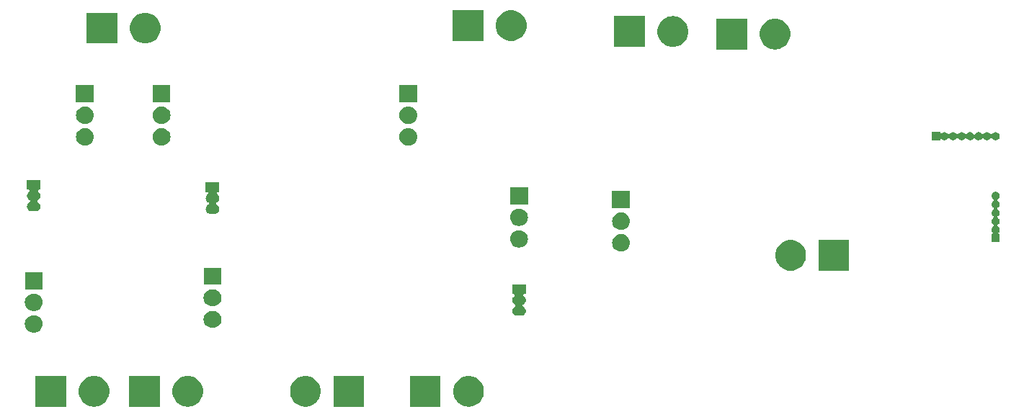
<source format=gbr>
G04 #@! TF.GenerationSoftware,KiCad,Pcbnew,(5.1.5)-3*
G04 #@! TF.CreationDate,2021-03-07T17:40:16+01:00*
G04 #@! TF.ProjectId,Motorproject,4d6f746f-7270-4726-9f6a-6563742e6b69,rev?*
G04 #@! TF.SameCoordinates,Original*
G04 #@! TF.FileFunction,Soldermask,Bot*
G04 #@! TF.FilePolarity,Negative*
%FSLAX46Y46*%
G04 Gerber Fmt 4.6, Leading zero omitted, Abs format (unit mm)*
G04 Created by KiCad (PCBNEW (5.1.5)-3) date 2021-03-07 17:40:16*
%MOMM*%
%LPD*%
G04 APERTURE LIST*
%ADD10C,0.100000*%
G04 APERTURE END LIST*
D10*
G36*
X63801060Y-76801060D02*
G01*
X60198940Y-76801060D01*
X60198940Y-73198940D01*
X63801060Y-73198940D01*
X63801060Y-76801060D01*
G37*
G36*
X67306905Y-73208789D02*
G01*
X67605350Y-73268153D01*
X67933122Y-73403921D01*
X68228109Y-73601025D01*
X68478975Y-73851891D01*
X68676079Y-74146878D01*
X68811847Y-74474650D01*
X68881060Y-74822611D01*
X68881060Y-75177389D01*
X68811847Y-75525350D01*
X68676079Y-75853122D01*
X68478975Y-76148109D01*
X68228109Y-76398975D01*
X67933122Y-76596079D01*
X67605350Y-76731847D01*
X67306905Y-76791211D01*
X67257390Y-76801060D01*
X66902610Y-76801060D01*
X66853095Y-76791211D01*
X66554650Y-76731847D01*
X66226878Y-76596079D01*
X65931891Y-76398975D01*
X65681025Y-76148109D01*
X65483921Y-75853122D01*
X65348153Y-75525350D01*
X65278940Y-75177389D01*
X65278940Y-74822611D01*
X65348153Y-74474650D01*
X65483921Y-74146878D01*
X65681025Y-73851891D01*
X65931891Y-73601025D01*
X66226878Y-73403921D01*
X66554650Y-73268153D01*
X66853095Y-73208789D01*
X66902610Y-73198940D01*
X67257390Y-73198940D01*
X67306905Y-73208789D01*
G37*
G36*
X52801060Y-76801060D02*
G01*
X49198940Y-76801060D01*
X49198940Y-73198940D01*
X52801060Y-73198940D01*
X52801060Y-76801060D01*
G37*
G36*
X56306905Y-73208789D02*
G01*
X56605350Y-73268153D01*
X56933122Y-73403921D01*
X57228109Y-73601025D01*
X57478975Y-73851891D01*
X57676079Y-74146878D01*
X57811847Y-74474650D01*
X57881060Y-74822611D01*
X57881060Y-75177389D01*
X57811847Y-75525350D01*
X57676079Y-75853122D01*
X57478975Y-76148109D01*
X57228109Y-76398975D01*
X56933122Y-76596079D01*
X56605350Y-76731847D01*
X56306905Y-76791211D01*
X56257390Y-76801060D01*
X55902610Y-76801060D01*
X55853095Y-76791211D01*
X55554650Y-76731847D01*
X55226878Y-76596079D01*
X54931891Y-76398975D01*
X54681025Y-76148109D01*
X54483921Y-75853122D01*
X54348153Y-75525350D01*
X54278940Y-75177389D01*
X54278940Y-74822611D01*
X54348153Y-74474650D01*
X54483921Y-74146878D01*
X54681025Y-73851891D01*
X54931891Y-73601025D01*
X55226878Y-73403921D01*
X55554650Y-73268153D01*
X55853095Y-73208789D01*
X55902610Y-73198940D01*
X56257390Y-73198940D01*
X56306905Y-73208789D01*
G37*
G36*
X87801060Y-76801060D02*
G01*
X84198940Y-76801060D01*
X84198940Y-73198940D01*
X87801060Y-73198940D01*
X87801060Y-76801060D01*
G37*
G36*
X81146905Y-73208789D02*
G01*
X81445350Y-73268153D01*
X81773122Y-73403921D01*
X82068109Y-73601025D01*
X82318975Y-73851891D01*
X82516079Y-74146878D01*
X82651847Y-74474650D01*
X82721060Y-74822611D01*
X82721060Y-75177389D01*
X82651847Y-75525350D01*
X82516079Y-75853122D01*
X82318975Y-76148109D01*
X82068109Y-76398975D01*
X81773122Y-76596079D01*
X81445350Y-76731847D01*
X81146905Y-76791211D01*
X81097390Y-76801060D01*
X80742610Y-76801060D01*
X80693095Y-76791211D01*
X80394650Y-76731847D01*
X80066878Y-76596079D01*
X79771891Y-76398975D01*
X79521025Y-76148109D01*
X79323921Y-75853122D01*
X79188153Y-75525350D01*
X79118940Y-75177389D01*
X79118940Y-74822611D01*
X79188153Y-74474650D01*
X79323921Y-74146878D01*
X79521025Y-73851891D01*
X79771891Y-73601025D01*
X80066878Y-73403921D01*
X80394650Y-73268153D01*
X80693095Y-73208789D01*
X80742610Y-73198940D01*
X81097390Y-73198940D01*
X81146905Y-73208789D01*
G37*
G36*
X100306905Y-73208789D02*
G01*
X100605350Y-73268153D01*
X100933122Y-73403921D01*
X101228109Y-73601025D01*
X101478975Y-73851891D01*
X101676079Y-74146878D01*
X101811847Y-74474650D01*
X101881060Y-74822611D01*
X101881060Y-75177389D01*
X101811847Y-75525350D01*
X101676079Y-75853122D01*
X101478975Y-76148109D01*
X101228109Y-76398975D01*
X100933122Y-76596079D01*
X100605350Y-76731847D01*
X100306905Y-76791211D01*
X100257390Y-76801060D01*
X99902610Y-76801060D01*
X99853095Y-76791211D01*
X99554650Y-76731847D01*
X99226878Y-76596079D01*
X98931891Y-76398975D01*
X98681025Y-76148109D01*
X98483921Y-75853122D01*
X98348153Y-75525350D01*
X98278940Y-75177389D01*
X98278940Y-74822611D01*
X98348153Y-74474650D01*
X98483921Y-74146878D01*
X98681025Y-73851891D01*
X98931891Y-73601025D01*
X99226878Y-73403921D01*
X99554650Y-73268153D01*
X99853095Y-73208789D01*
X99902610Y-73198940D01*
X100257390Y-73198940D01*
X100306905Y-73208789D01*
G37*
G36*
X96801060Y-76801060D02*
G01*
X93198940Y-76801060D01*
X93198940Y-73198940D01*
X96801060Y-73198940D01*
X96801060Y-76801060D01*
G37*
G36*
X49145936Y-66081340D02*
G01*
X49244220Y-66091020D01*
X49433381Y-66148401D01*
X49607712Y-66241583D01*
X49760515Y-66366985D01*
X49885917Y-66519788D01*
X49979099Y-66694119D01*
X50036480Y-66883280D01*
X50055855Y-67080000D01*
X50036480Y-67276720D01*
X49979099Y-67465881D01*
X49885917Y-67640212D01*
X49760515Y-67793015D01*
X49607712Y-67918417D01*
X49433381Y-68011599D01*
X49244220Y-68068980D01*
X49145936Y-68078660D01*
X49096795Y-68083500D01*
X48903205Y-68083500D01*
X48854064Y-68078660D01*
X48755780Y-68068980D01*
X48566619Y-68011599D01*
X48392288Y-67918417D01*
X48239485Y-67793015D01*
X48114083Y-67640212D01*
X48020901Y-67465881D01*
X47963520Y-67276720D01*
X47944145Y-67080000D01*
X47963520Y-66883280D01*
X48020901Y-66694119D01*
X48114083Y-66519788D01*
X48239485Y-66366985D01*
X48392288Y-66241583D01*
X48566619Y-66148401D01*
X48755780Y-66091020D01*
X48854064Y-66081340D01*
X48903205Y-66076500D01*
X49096795Y-66076500D01*
X49145936Y-66081340D01*
G37*
G36*
X70132331Y-65540000D02*
G01*
X70244220Y-65551020D01*
X70433381Y-65608401D01*
X70607712Y-65701583D01*
X70760515Y-65826985D01*
X70885917Y-65979788D01*
X70979099Y-66154119D01*
X71036480Y-66343280D01*
X71055855Y-66540000D01*
X71036480Y-66736720D01*
X70979099Y-66925881D01*
X70885917Y-67100212D01*
X70760515Y-67253015D01*
X70607712Y-67378417D01*
X70433381Y-67471599D01*
X70244220Y-67528980D01*
X70145936Y-67538660D01*
X70096795Y-67543500D01*
X69903205Y-67543500D01*
X69854064Y-67538660D01*
X69755780Y-67528980D01*
X69566619Y-67471599D01*
X69392288Y-67378417D01*
X69239485Y-67253015D01*
X69114083Y-67100212D01*
X69020901Y-66925881D01*
X68963520Y-66736720D01*
X68944145Y-66540000D01*
X68963520Y-66343280D01*
X69020901Y-66154119D01*
X69114083Y-65979788D01*
X69239485Y-65826985D01*
X69392288Y-65701583D01*
X69566619Y-65608401D01*
X69755780Y-65551020D01*
X69867669Y-65540000D01*
X69903205Y-65536500D01*
X70096795Y-65536500D01*
X70132331Y-65540000D01*
G37*
G36*
X106801000Y-63576000D02*
G01*
X106636660Y-63576000D01*
X106612274Y-63578402D01*
X106588825Y-63585515D01*
X106567214Y-63597066D01*
X106548272Y-63612611D01*
X106532727Y-63631553D01*
X106521176Y-63653164D01*
X106514063Y-63676613D01*
X106511661Y-63700999D01*
X106514063Y-63725385D01*
X106521176Y-63748834D01*
X106532727Y-63770445D01*
X106548272Y-63789387D01*
X106557345Y-63797609D01*
X106634264Y-63860736D01*
X106706244Y-63948443D01*
X106733801Y-64000000D01*
X106759728Y-64048505D01*
X106759729Y-64048508D01*
X106792666Y-64157084D01*
X106803787Y-64270000D01*
X106792666Y-64382916D01*
X106759729Y-64491492D01*
X106759728Y-64491495D01*
X106740429Y-64527601D01*
X106706244Y-64591557D01*
X106634264Y-64679264D01*
X106546557Y-64751244D01*
X106465141Y-64794761D01*
X106444766Y-64808375D01*
X106427439Y-64825702D01*
X106413826Y-64846076D01*
X106404448Y-64868715D01*
X106399668Y-64892748D01*
X106399668Y-64917252D01*
X106404448Y-64941285D01*
X106413826Y-64963924D01*
X106427440Y-64984299D01*
X106444767Y-65001626D01*
X106465141Y-65015239D01*
X106546557Y-65058756D01*
X106634264Y-65130736D01*
X106706244Y-65218443D01*
X106740429Y-65282399D01*
X106759728Y-65318505D01*
X106759729Y-65318508D01*
X106792666Y-65427084D01*
X106803787Y-65540000D01*
X106792666Y-65652916D01*
X106759729Y-65761492D01*
X106759728Y-65761495D01*
X106740429Y-65797601D01*
X106706244Y-65861557D01*
X106634264Y-65949264D01*
X106546557Y-66021244D01*
X106482601Y-66055429D01*
X106446495Y-66074728D01*
X106446492Y-66074729D01*
X106337916Y-66107666D01*
X106253298Y-66116000D01*
X105746702Y-66116000D01*
X105662084Y-66107666D01*
X105553508Y-66074729D01*
X105553505Y-66074728D01*
X105517399Y-66055429D01*
X105453443Y-66021244D01*
X105365736Y-65949264D01*
X105293756Y-65861557D01*
X105259571Y-65797601D01*
X105240272Y-65761495D01*
X105240271Y-65761492D01*
X105207334Y-65652916D01*
X105196213Y-65540000D01*
X105207334Y-65427084D01*
X105240271Y-65318508D01*
X105240272Y-65318505D01*
X105259571Y-65282399D01*
X105293756Y-65218443D01*
X105365736Y-65130736D01*
X105453443Y-65058756D01*
X105534859Y-65015239D01*
X105555234Y-65001625D01*
X105572561Y-64984298D01*
X105586174Y-64963924D01*
X105595552Y-64941285D01*
X105600332Y-64917252D01*
X105600332Y-64892748D01*
X105595552Y-64868715D01*
X105586174Y-64846076D01*
X105572560Y-64825701D01*
X105555233Y-64808374D01*
X105534859Y-64794761D01*
X105453443Y-64751244D01*
X105365736Y-64679264D01*
X105293756Y-64591557D01*
X105259571Y-64527601D01*
X105240272Y-64491495D01*
X105240271Y-64491492D01*
X105207334Y-64382916D01*
X105196213Y-64270000D01*
X105207334Y-64157084D01*
X105240271Y-64048508D01*
X105240272Y-64048505D01*
X105266199Y-64000000D01*
X105293756Y-63948443D01*
X105365736Y-63860736D01*
X105442646Y-63797617D01*
X105459965Y-63780298D01*
X105473579Y-63759923D01*
X105482957Y-63737284D01*
X105487737Y-63713251D01*
X105487737Y-63688747D01*
X105482957Y-63664714D01*
X105473579Y-63642075D01*
X105459966Y-63621701D01*
X105442639Y-63604374D01*
X105422264Y-63590760D01*
X105399625Y-63581382D01*
X105375592Y-63576602D01*
X105363340Y-63576000D01*
X105199000Y-63576000D01*
X105199000Y-62424000D01*
X106801000Y-62424000D01*
X106801000Y-63576000D01*
G37*
G36*
X49145936Y-63541340D02*
G01*
X49244220Y-63551020D01*
X49433381Y-63608401D01*
X49607712Y-63701583D01*
X49760515Y-63826985D01*
X49885917Y-63979788D01*
X49979099Y-64154119D01*
X50036480Y-64343280D01*
X50055855Y-64540000D01*
X50036480Y-64736720D01*
X49979099Y-64925881D01*
X49885917Y-65100212D01*
X49760515Y-65253015D01*
X49607712Y-65378417D01*
X49433381Y-65471599D01*
X49244220Y-65528980D01*
X49167867Y-65536500D01*
X49096795Y-65543500D01*
X48903205Y-65543500D01*
X48832133Y-65536500D01*
X48755780Y-65528980D01*
X48566619Y-65471599D01*
X48392288Y-65378417D01*
X48239485Y-65253015D01*
X48114083Y-65100212D01*
X48020901Y-64925881D01*
X47963520Y-64736720D01*
X47944145Y-64540000D01*
X47963520Y-64343280D01*
X48020901Y-64154119D01*
X48114083Y-63979788D01*
X48239485Y-63826985D01*
X48392288Y-63701583D01*
X48566619Y-63608401D01*
X48755780Y-63551020D01*
X48854064Y-63541340D01*
X48903205Y-63536500D01*
X49096795Y-63536500D01*
X49145936Y-63541340D01*
G37*
G36*
X70145936Y-63001340D02*
G01*
X70244220Y-63011020D01*
X70433381Y-63068401D01*
X70607712Y-63161583D01*
X70760515Y-63286985D01*
X70885917Y-63439788D01*
X70979099Y-63614119D01*
X71036480Y-63803280D01*
X71055855Y-64000000D01*
X71036480Y-64196720D01*
X70979099Y-64385881D01*
X70885917Y-64560212D01*
X70760515Y-64713015D01*
X70607712Y-64838417D01*
X70433381Y-64931599D01*
X70244220Y-64988980D01*
X70145936Y-64998660D01*
X70096795Y-65003500D01*
X69903205Y-65003500D01*
X69854064Y-64998660D01*
X69755780Y-64988980D01*
X69566619Y-64931599D01*
X69392288Y-64838417D01*
X69239485Y-64713015D01*
X69114083Y-64560212D01*
X69020901Y-64385881D01*
X68963520Y-64196720D01*
X68944145Y-64000000D01*
X68963520Y-63803280D01*
X69020901Y-63614119D01*
X69114083Y-63439788D01*
X69239485Y-63286985D01*
X69392288Y-63161583D01*
X69566619Y-63068401D01*
X69755780Y-63011020D01*
X69854064Y-63001340D01*
X69903205Y-62996500D01*
X70096795Y-62996500D01*
X70145936Y-63001340D01*
G37*
G36*
X50051000Y-63003500D02*
G01*
X47949000Y-63003500D01*
X47949000Y-60996500D01*
X50051000Y-60996500D01*
X50051000Y-63003500D01*
G37*
G36*
X71051000Y-62463500D02*
G01*
X68949000Y-62463500D01*
X68949000Y-60456500D01*
X71051000Y-60456500D01*
X71051000Y-62463500D01*
G37*
G36*
X138146905Y-57208789D02*
G01*
X138445350Y-57268153D01*
X138773122Y-57403921D01*
X139068109Y-57601025D01*
X139318975Y-57851891D01*
X139516079Y-58146878D01*
X139651847Y-58474650D01*
X139721060Y-58822611D01*
X139721060Y-59177389D01*
X139651847Y-59525350D01*
X139516079Y-59853122D01*
X139318975Y-60148109D01*
X139068109Y-60398975D01*
X138773122Y-60596079D01*
X138445350Y-60731847D01*
X138146905Y-60791211D01*
X138097390Y-60801060D01*
X137742610Y-60801060D01*
X137693095Y-60791211D01*
X137394650Y-60731847D01*
X137066878Y-60596079D01*
X136771891Y-60398975D01*
X136521025Y-60148109D01*
X136323921Y-59853122D01*
X136188153Y-59525350D01*
X136118940Y-59177389D01*
X136118940Y-58822611D01*
X136188153Y-58474650D01*
X136323921Y-58146878D01*
X136521025Y-57851891D01*
X136771891Y-57601025D01*
X137066878Y-57403921D01*
X137394650Y-57268153D01*
X137693095Y-57208789D01*
X137742610Y-57198940D01*
X138097390Y-57198940D01*
X138146905Y-57208789D01*
G37*
G36*
X144801060Y-60801060D02*
G01*
X141198940Y-60801060D01*
X141198940Y-57198940D01*
X144801060Y-57198940D01*
X144801060Y-60801060D01*
G37*
G36*
X118145936Y-56541340D02*
G01*
X118244220Y-56551020D01*
X118433381Y-56608401D01*
X118607712Y-56701583D01*
X118760515Y-56826985D01*
X118885917Y-56979788D01*
X118979099Y-57154119D01*
X119036480Y-57343280D01*
X119055855Y-57540000D01*
X119036480Y-57736720D01*
X118979099Y-57925881D01*
X118885917Y-58100212D01*
X118760515Y-58253015D01*
X118607712Y-58378417D01*
X118433381Y-58471599D01*
X118244220Y-58528980D01*
X118145936Y-58538660D01*
X118096795Y-58543500D01*
X117903205Y-58543500D01*
X117854064Y-58538660D01*
X117755780Y-58528980D01*
X117566619Y-58471599D01*
X117392288Y-58378417D01*
X117239485Y-58253015D01*
X117114083Y-58100212D01*
X117020901Y-57925881D01*
X116963520Y-57736720D01*
X116944145Y-57540000D01*
X116963520Y-57343280D01*
X117020901Y-57154119D01*
X117114083Y-56979788D01*
X117239485Y-56826985D01*
X117392288Y-56701583D01*
X117566619Y-56608401D01*
X117755780Y-56551020D01*
X117854064Y-56541340D01*
X117903205Y-56536500D01*
X118096795Y-56536500D01*
X118145936Y-56541340D01*
G37*
G36*
X106145936Y-56081340D02*
G01*
X106244220Y-56091020D01*
X106433381Y-56148401D01*
X106607712Y-56241583D01*
X106760515Y-56366985D01*
X106885917Y-56519788D01*
X106979099Y-56694119D01*
X107036480Y-56883280D01*
X107055855Y-57080000D01*
X107036480Y-57276720D01*
X106979099Y-57465881D01*
X106885917Y-57640212D01*
X106760515Y-57793015D01*
X106607712Y-57918417D01*
X106433381Y-58011599D01*
X106244220Y-58068980D01*
X106145936Y-58078660D01*
X106096795Y-58083500D01*
X105903205Y-58083500D01*
X105854064Y-58078660D01*
X105755780Y-58068980D01*
X105566619Y-58011599D01*
X105392288Y-57918417D01*
X105239485Y-57793015D01*
X105114083Y-57640212D01*
X105020901Y-57465881D01*
X104963520Y-57276720D01*
X104944145Y-57080000D01*
X104963520Y-56883280D01*
X105020901Y-56694119D01*
X105114083Y-56519788D01*
X105239485Y-56366985D01*
X105392288Y-56241583D01*
X105566619Y-56148401D01*
X105755780Y-56091020D01*
X105854064Y-56081340D01*
X105903205Y-56076500D01*
X106096795Y-56076500D01*
X106145936Y-56081340D01*
G37*
G36*
X162138843Y-51542292D02*
G01*
X162189588Y-51563311D01*
X162225470Y-51578174D01*
X162303432Y-51630267D01*
X162369733Y-51696568D01*
X162421826Y-51774530D01*
X162424215Y-51780298D01*
X162457708Y-51861157D01*
X162476000Y-51953117D01*
X162476000Y-52046883D01*
X162457708Y-52138843D01*
X162450152Y-52157084D01*
X162421826Y-52225470D01*
X162369733Y-52303432D01*
X162303430Y-52369735D01*
X162264021Y-52396067D01*
X162245079Y-52411612D01*
X162229534Y-52430554D01*
X162217982Y-52452164D01*
X162210869Y-52475613D01*
X162208467Y-52499999D01*
X162210869Y-52524385D01*
X162217982Y-52547834D01*
X162229533Y-52569445D01*
X162245078Y-52588387D01*
X162264021Y-52603933D01*
X162303430Y-52630265D01*
X162369733Y-52696568D01*
X162421826Y-52774530D01*
X162421826Y-52774531D01*
X162457708Y-52861157D01*
X162476000Y-52953117D01*
X162476000Y-53046883D01*
X162457708Y-53138843D01*
X162450152Y-53157084D01*
X162421826Y-53225470D01*
X162369733Y-53303432D01*
X162303430Y-53369735D01*
X162264021Y-53396067D01*
X162245079Y-53411612D01*
X162229534Y-53430554D01*
X162217982Y-53452164D01*
X162210869Y-53475613D01*
X162208467Y-53499999D01*
X162210869Y-53524385D01*
X162217982Y-53547834D01*
X162229533Y-53569445D01*
X162245078Y-53588387D01*
X162264021Y-53603933D01*
X162303430Y-53630265D01*
X162369733Y-53696568D01*
X162421826Y-53774530D01*
X162421826Y-53774531D01*
X162457708Y-53861157D01*
X162476000Y-53953117D01*
X162476000Y-54046883D01*
X162457708Y-54138843D01*
X162436689Y-54189588D01*
X162421826Y-54225470D01*
X162369733Y-54303432D01*
X162303430Y-54369735D01*
X162264021Y-54396067D01*
X162245079Y-54411612D01*
X162229534Y-54430554D01*
X162217982Y-54452164D01*
X162210869Y-54475613D01*
X162208467Y-54499999D01*
X162210869Y-54524385D01*
X162217982Y-54547834D01*
X162229533Y-54569445D01*
X162245078Y-54588387D01*
X162264021Y-54603933D01*
X162303430Y-54630265D01*
X162369733Y-54696568D01*
X162421826Y-54774530D01*
X162421826Y-54774531D01*
X162457708Y-54861157D01*
X162476000Y-54953117D01*
X162476000Y-55046883D01*
X162457708Y-55138843D01*
X162436689Y-55189588D01*
X162421826Y-55225470D01*
X162369733Y-55303432D01*
X162303430Y-55369735D01*
X162264021Y-55396067D01*
X162245079Y-55411612D01*
X162229534Y-55430554D01*
X162217982Y-55452164D01*
X162210869Y-55475613D01*
X162208467Y-55499999D01*
X162210869Y-55524385D01*
X162217982Y-55547834D01*
X162229533Y-55569445D01*
X162245078Y-55588387D01*
X162264021Y-55603933D01*
X162303430Y-55630265D01*
X162369733Y-55696568D01*
X162421826Y-55774530D01*
X162421826Y-55774531D01*
X162457708Y-55861157D01*
X162476000Y-55953117D01*
X162476000Y-56046883D01*
X162457708Y-56138843D01*
X162453748Y-56148402D01*
X162421826Y-56225470D01*
X162369733Y-56303432D01*
X162362552Y-56310613D01*
X162347007Y-56329555D01*
X162335456Y-56351166D01*
X162328343Y-56374615D01*
X162325941Y-56399001D01*
X162328343Y-56423387D01*
X162335456Y-56446836D01*
X162347007Y-56468447D01*
X162362552Y-56487389D01*
X162381494Y-56502934D01*
X162403105Y-56514485D01*
X162426554Y-56521598D01*
X162450940Y-56524000D01*
X162476000Y-56524000D01*
X162476000Y-57476000D01*
X161524000Y-57476000D01*
X161524000Y-56524000D01*
X161549060Y-56524000D01*
X161573446Y-56521598D01*
X161596895Y-56514485D01*
X161618506Y-56502934D01*
X161637448Y-56487389D01*
X161652993Y-56468447D01*
X161664544Y-56446836D01*
X161671657Y-56423387D01*
X161674059Y-56399001D01*
X161671657Y-56374615D01*
X161664544Y-56351166D01*
X161652993Y-56329555D01*
X161637448Y-56310613D01*
X161630267Y-56303432D01*
X161578174Y-56225470D01*
X161546252Y-56148402D01*
X161542292Y-56138843D01*
X161524000Y-56046883D01*
X161524000Y-55953117D01*
X161542292Y-55861157D01*
X161578174Y-55774531D01*
X161578174Y-55774530D01*
X161630267Y-55696568D01*
X161696570Y-55630265D01*
X161735979Y-55603933D01*
X161754921Y-55588388D01*
X161770466Y-55569446D01*
X161782018Y-55547836D01*
X161789131Y-55524387D01*
X161791533Y-55500001D01*
X161789131Y-55475615D01*
X161782018Y-55452166D01*
X161770467Y-55430555D01*
X161754922Y-55411613D01*
X161735979Y-55396067D01*
X161696570Y-55369735D01*
X161630267Y-55303432D01*
X161578174Y-55225470D01*
X161563311Y-55189588D01*
X161542292Y-55138843D01*
X161524000Y-55046883D01*
X161524000Y-54953117D01*
X161542292Y-54861157D01*
X161578174Y-54774531D01*
X161578174Y-54774530D01*
X161630267Y-54696568D01*
X161696570Y-54630265D01*
X161735979Y-54603933D01*
X161754921Y-54588388D01*
X161770466Y-54569446D01*
X161782018Y-54547836D01*
X161789131Y-54524387D01*
X161791533Y-54500001D01*
X161789131Y-54475615D01*
X161782018Y-54452166D01*
X161770467Y-54430555D01*
X161754922Y-54411613D01*
X161735979Y-54396067D01*
X161696570Y-54369735D01*
X161630267Y-54303432D01*
X161578174Y-54225470D01*
X161563311Y-54189588D01*
X161542292Y-54138843D01*
X161524000Y-54046883D01*
X161524000Y-53953117D01*
X161542292Y-53861157D01*
X161578174Y-53774531D01*
X161578174Y-53774530D01*
X161630267Y-53696568D01*
X161696570Y-53630265D01*
X161735979Y-53603933D01*
X161754921Y-53588388D01*
X161770466Y-53569446D01*
X161782018Y-53547836D01*
X161789131Y-53524387D01*
X161791533Y-53500001D01*
X161789131Y-53475615D01*
X161782018Y-53452166D01*
X161770467Y-53430555D01*
X161754922Y-53411613D01*
X161735979Y-53396067D01*
X161696570Y-53369735D01*
X161630267Y-53303432D01*
X161578174Y-53225470D01*
X161549848Y-53157084D01*
X161542292Y-53138843D01*
X161524000Y-53046883D01*
X161524000Y-52953117D01*
X161542292Y-52861157D01*
X161578174Y-52774531D01*
X161578174Y-52774530D01*
X161630267Y-52696568D01*
X161696570Y-52630265D01*
X161735979Y-52603933D01*
X161754921Y-52588388D01*
X161770466Y-52569446D01*
X161782018Y-52547836D01*
X161789131Y-52524387D01*
X161791533Y-52500001D01*
X161789131Y-52475615D01*
X161782018Y-52452166D01*
X161770467Y-52430555D01*
X161754922Y-52411613D01*
X161735979Y-52396067D01*
X161696570Y-52369735D01*
X161630267Y-52303432D01*
X161578174Y-52225470D01*
X161549848Y-52157084D01*
X161542292Y-52138843D01*
X161524000Y-52046883D01*
X161524000Y-51953117D01*
X161542292Y-51861157D01*
X161575785Y-51780298D01*
X161578174Y-51774530D01*
X161630267Y-51696568D01*
X161696568Y-51630267D01*
X161774530Y-51578174D01*
X161810412Y-51563311D01*
X161861157Y-51542292D01*
X161953117Y-51524000D01*
X162046883Y-51524000D01*
X162138843Y-51542292D01*
G37*
G36*
X118145936Y-54001340D02*
G01*
X118244220Y-54011020D01*
X118433381Y-54068401D01*
X118607712Y-54161583D01*
X118760515Y-54286985D01*
X118885917Y-54439788D01*
X118979099Y-54614119D01*
X119036480Y-54803280D01*
X119055855Y-55000000D01*
X119036480Y-55196720D01*
X118979099Y-55385881D01*
X118885917Y-55560212D01*
X118760515Y-55713015D01*
X118607712Y-55838417D01*
X118433381Y-55931599D01*
X118244220Y-55988980D01*
X118145936Y-55998660D01*
X118096795Y-56003500D01*
X117903205Y-56003500D01*
X117854064Y-55998660D01*
X117755780Y-55988980D01*
X117566619Y-55931599D01*
X117392288Y-55838417D01*
X117239485Y-55713015D01*
X117114083Y-55560212D01*
X117020901Y-55385881D01*
X116963520Y-55196720D01*
X116944145Y-55000000D01*
X116963520Y-54803280D01*
X117020901Y-54614119D01*
X117114083Y-54439788D01*
X117239485Y-54286985D01*
X117392288Y-54161583D01*
X117566619Y-54068401D01*
X117755780Y-54011020D01*
X117854064Y-54001340D01*
X117903205Y-53996500D01*
X118096795Y-53996500D01*
X118145936Y-54001340D01*
G37*
G36*
X106132331Y-53540000D02*
G01*
X106244220Y-53551020D01*
X106433381Y-53608401D01*
X106607712Y-53701583D01*
X106760515Y-53826985D01*
X106885917Y-53979788D01*
X106979099Y-54154119D01*
X107036480Y-54343280D01*
X107055855Y-54540000D01*
X107036480Y-54736720D01*
X106979099Y-54925881D01*
X106885917Y-55100212D01*
X106760515Y-55253015D01*
X106607712Y-55378417D01*
X106433381Y-55471599D01*
X106244220Y-55528980D01*
X106145936Y-55538660D01*
X106096795Y-55543500D01*
X105903205Y-55543500D01*
X105854064Y-55538660D01*
X105755780Y-55528980D01*
X105566619Y-55471599D01*
X105392288Y-55378417D01*
X105239485Y-55253015D01*
X105114083Y-55100212D01*
X105020901Y-54925881D01*
X104963520Y-54736720D01*
X104944145Y-54540000D01*
X104963520Y-54343280D01*
X105020901Y-54154119D01*
X105114083Y-53979788D01*
X105239485Y-53826985D01*
X105392288Y-53701583D01*
X105566619Y-53608401D01*
X105755780Y-53551020D01*
X105867669Y-53540000D01*
X105903205Y-53536500D01*
X106096795Y-53536500D01*
X106132331Y-53540000D01*
G37*
G36*
X70801000Y-51576000D02*
G01*
X70636660Y-51576000D01*
X70612274Y-51578402D01*
X70588825Y-51585515D01*
X70567214Y-51597066D01*
X70548272Y-51612611D01*
X70532727Y-51631553D01*
X70521176Y-51653164D01*
X70514063Y-51676613D01*
X70511661Y-51700999D01*
X70514063Y-51725385D01*
X70521176Y-51748834D01*
X70532727Y-51770445D01*
X70548272Y-51789387D01*
X70557345Y-51797609D01*
X70634264Y-51860736D01*
X70706244Y-51948443D01*
X70733801Y-52000000D01*
X70759728Y-52048505D01*
X70759729Y-52048508D01*
X70792666Y-52157084D01*
X70803787Y-52270000D01*
X70792666Y-52382916D01*
X70762838Y-52481244D01*
X70759728Y-52491495D01*
X70755182Y-52499999D01*
X70706244Y-52591557D01*
X70634264Y-52679264D01*
X70546557Y-52751244D01*
X70465141Y-52794761D01*
X70444766Y-52808375D01*
X70427439Y-52825702D01*
X70413826Y-52846076D01*
X70404448Y-52868715D01*
X70399668Y-52892748D01*
X70399668Y-52917252D01*
X70404448Y-52941285D01*
X70413826Y-52963924D01*
X70427440Y-52984299D01*
X70444767Y-53001626D01*
X70465141Y-53015239D01*
X70546557Y-53058756D01*
X70634264Y-53130736D01*
X70706244Y-53218443D01*
X70733801Y-53270000D01*
X70759728Y-53318505D01*
X70759729Y-53318508D01*
X70792666Y-53427084D01*
X70803787Y-53540000D01*
X70792666Y-53652916D01*
X70762838Y-53751244D01*
X70759728Y-53761495D01*
X70752760Y-53774531D01*
X70706244Y-53861557D01*
X70634264Y-53949264D01*
X70546557Y-54021244D01*
X70498589Y-54046883D01*
X70446495Y-54074728D01*
X70446492Y-54074729D01*
X70337916Y-54107666D01*
X70253298Y-54116000D01*
X69746702Y-54116000D01*
X69662084Y-54107666D01*
X69553508Y-54074729D01*
X69553505Y-54074728D01*
X69501411Y-54046883D01*
X69453443Y-54021244D01*
X69365736Y-53949264D01*
X69293756Y-53861557D01*
X69247240Y-53774531D01*
X69240272Y-53761495D01*
X69237162Y-53751244D01*
X69207334Y-53652916D01*
X69196213Y-53540000D01*
X69207334Y-53427084D01*
X69240271Y-53318508D01*
X69240272Y-53318505D01*
X69266199Y-53270000D01*
X69293756Y-53218443D01*
X69365736Y-53130736D01*
X69453443Y-53058756D01*
X69534859Y-53015239D01*
X69555234Y-53001625D01*
X69572561Y-52984298D01*
X69586174Y-52963924D01*
X69595552Y-52941285D01*
X69600332Y-52917252D01*
X69600332Y-52892748D01*
X69595552Y-52868715D01*
X69586174Y-52846076D01*
X69572560Y-52825701D01*
X69555233Y-52808374D01*
X69534859Y-52794761D01*
X69453443Y-52751244D01*
X69365736Y-52679264D01*
X69293756Y-52591557D01*
X69244818Y-52499999D01*
X69240272Y-52491495D01*
X69237162Y-52481244D01*
X69207334Y-52382916D01*
X69196213Y-52270000D01*
X69207334Y-52157084D01*
X69240271Y-52048508D01*
X69240272Y-52048505D01*
X69266199Y-52000000D01*
X69293756Y-51948443D01*
X69365736Y-51860736D01*
X69442646Y-51797617D01*
X69459965Y-51780298D01*
X69473579Y-51759923D01*
X69482957Y-51737284D01*
X69487737Y-51713251D01*
X69487737Y-51688747D01*
X69482957Y-51664714D01*
X69473579Y-51642075D01*
X69459966Y-51621701D01*
X69442639Y-51604374D01*
X69422264Y-51590760D01*
X69399625Y-51581382D01*
X69375592Y-51576602D01*
X69363340Y-51576000D01*
X69199000Y-51576000D01*
X69199000Y-50424000D01*
X70801000Y-50424000D01*
X70801000Y-51576000D01*
G37*
G36*
X49801000Y-51306000D02*
G01*
X49636660Y-51306000D01*
X49612274Y-51308402D01*
X49588825Y-51315515D01*
X49567214Y-51327066D01*
X49548272Y-51342611D01*
X49532727Y-51361553D01*
X49521176Y-51383164D01*
X49514063Y-51406613D01*
X49511661Y-51430999D01*
X49514063Y-51455385D01*
X49521176Y-51478834D01*
X49532727Y-51500445D01*
X49548272Y-51519387D01*
X49557345Y-51527609D01*
X49634264Y-51590736D01*
X49706244Y-51678443D01*
X49736619Y-51735271D01*
X49759728Y-51778505D01*
X49759729Y-51778508D01*
X49792666Y-51887084D01*
X49803787Y-52000000D01*
X49792666Y-52112916D01*
X49759729Y-52221492D01*
X49759728Y-52221495D01*
X49757603Y-52225470D01*
X49706244Y-52321557D01*
X49634264Y-52409264D01*
X49546557Y-52481244D01*
X49465841Y-52524387D01*
X49465141Y-52524761D01*
X49444766Y-52538375D01*
X49427439Y-52555702D01*
X49413826Y-52576076D01*
X49404448Y-52598715D01*
X49399668Y-52622748D01*
X49399668Y-52647252D01*
X49404448Y-52671285D01*
X49413826Y-52693924D01*
X49427440Y-52714299D01*
X49444767Y-52731626D01*
X49465141Y-52745239D01*
X49546557Y-52788756D01*
X49634264Y-52860736D01*
X49706244Y-52948443D01*
X49725409Y-52984299D01*
X49759728Y-53048505D01*
X49759729Y-53048508D01*
X49792666Y-53157084D01*
X49803787Y-53270000D01*
X49792666Y-53382916D01*
X49759729Y-53491492D01*
X49759728Y-53491495D01*
X49755182Y-53499999D01*
X49706244Y-53591557D01*
X49634264Y-53679264D01*
X49546557Y-53751244D01*
X49502991Y-53774530D01*
X49446495Y-53804728D01*
X49446492Y-53804729D01*
X49337916Y-53837666D01*
X49253298Y-53846000D01*
X48746702Y-53846000D01*
X48662084Y-53837666D01*
X48553508Y-53804729D01*
X48553505Y-53804728D01*
X48497009Y-53774530D01*
X48453443Y-53751244D01*
X48365736Y-53679264D01*
X48293756Y-53591557D01*
X48244818Y-53499999D01*
X48240272Y-53491495D01*
X48240271Y-53491492D01*
X48207334Y-53382916D01*
X48196213Y-53270000D01*
X48207334Y-53157084D01*
X48240271Y-53048508D01*
X48240272Y-53048505D01*
X48274591Y-52984299D01*
X48293756Y-52948443D01*
X48365736Y-52860736D01*
X48453443Y-52788756D01*
X48534859Y-52745239D01*
X48555234Y-52731625D01*
X48572561Y-52714298D01*
X48586174Y-52693924D01*
X48595552Y-52671285D01*
X48600332Y-52647252D01*
X48600332Y-52622748D01*
X48595552Y-52598715D01*
X48586174Y-52576076D01*
X48572560Y-52555701D01*
X48555233Y-52538374D01*
X48534859Y-52524761D01*
X48534159Y-52524387D01*
X48453443Y-52481244D01*
X48365736Y-52409264D01*
X48293756Y-52321557D01*
X48242397Y-52225470D01*
X48240272Y-52221495D01*
X48240271Y-52221492D01*
X48207334Y-52112916D01*
X48196213Y-52000000D01*
X48207334Y-51887084D01*
X48240271Y-51778508D01*
X48240272Y-51778505D01*
X48263381Y-51735271D01*
X48293756Y-51678443D01*
X48365736Y-51590736D01*
X48442646Y-51527617D01*
X48459965Y-51510298D01*
X48473579Y-51489923D01*
X48482957Y-51467284D01*
X48487737Y-51443251D01*
X48487737Y-51418747D01*
X48482957Y-51394714D01*
X48473579Y-51372075D01*
X48459966Y-51351701D01*
X48442639Y-51334374D01*
X48422264Y-51320760D01*
X48399625Y-51311382D01*
X48375592Y-51306602D01*
X48363340Y-51306000D01*
X48199000Y-51306000D01*
X48199000Y-50154000D01*
X49801000Y-50154000D01*
X49801000Y-51306000D01*
G37*
G36*
X119051000Y-53463500D02*
G01*
X116949000Y-53463500D01*
X116949000Y-51456500D01*
X119051000Y-51456500D01*
X119051000Y-53463500D01*
G37*
G36*
X107051000Y-53003500D02*
G01*
X104949000Y-53003500D01*
X104949000Y-50996500D01*
X107051000Y-50996500D01*
X107051000Y-53003500D01*
G37*
G36*
X55145936Y-44081340D02*
G01*
X55244220Y-44091020D01*
X55433381Y-44148401D01*
X55607712Y-44241583D01*
X55760515Y-44366985D01*
X55885917Y-44519788D01*
X55979099Y-44694119D01*
X56036480Y-44883280D01*
X56055855Y-45080000D01*
X56036480Y-45276720D01*
X55979099Y-45465881D01*
X55885917Y-45640212D01*
X55760515Y-45793015D01*
X55607712Y-45918417D01*
X55433381Y-46011599D01*
X55244220Y-46068980D01*
X55145936Y-46078660D01*
X55096795Y-46083500D01*
X54903205Y-46083500D01*
X54854064Y-46078660D01*
X54755780Y-46068980D01*
X54566619Y-46011599D01*
X54392288Y-45918417D01*
X54239485Y-45793015D01*
X54114083Y-45640212D01*
X54020901Y-45465881D01*
X53963520Y-45276720D01*
X53944145Y-45080000D01*
X53963520Y-44883280D01*
X54020901Y-44694119D01*
X54114083Y-44519788D01*
X54239485Y-44366985D01*
X54392288Y-44241583D01*
X54566619Y-44148401D01*
X54755780Y-44091020D01*
X54854064Y-44081340D01*
X54903205Y-44076500D01*
X55096795Y-44076500D01*
X55145936Y-44081340D01*
G37*
G36*
X64145936Y-44081340D02*
G01*
X64244220Y-44091020D01*
X64433381Y-44148401D01*
X64607712Y-44241583D01*
X64760515Y-44366985D01*
X64885917Y-44519788D01*
X64979099Y-44694119D01*
X65036480Y-44883280D01*
X65055855Y-45080000D01*
X65036480Y-45276720D01*
X64979099Y-45465881D01*
X64885917Y-45640212D01*
X64760515Y-45793015D01*
X64607712Y-45918417D01*
X64433381Y-46011599D01*
X64244220Y-46068980D01*
X64145936Y-46078660D01*
X64096795Y-46083500D01*
X63903205Y-46083500D01*
X63854064Y-46078660D01*
X63755780Y-46068980D01*
X63566619Y-46011599D01*
X63392288Y-45918417D01*
X63239485Y-45793015D01*
X63114083Y-45640212D01*
X63020901Y-45465881D01*
X62963520Y-45276720D01*
X62944145Y-45080000D01*
X62963520Y-44883280D01*
X63020901Y-44694119D01*
X63114083Y-44519788D01*
X63239485Y-44366985D01*
X63392288Y-44241583D01*
X63566619Y-44148401D01*
X63755780Y-44091020D01*
X63854064Y-44081340D01*
X63903205Y-44076500D01*
X64096795Y-44076500D01*
X64145936Y-44081340D01*
G37*
G36*
X93145936Y-44081340D02*
G01*
X93244220Y-44091020D01*
X93433381Y-44148401D01*
X93607712Y-44241583D01*
X93760515Y-44366985D01*
X93885917Y-44519788D01*
X93979099Y-44694119D01*
X94036480Y-44883280D01*
X94055855Y-45080000D01*
X94036480Y-45276720D01*
X93979099Y-45465881D01*
X93885917Y-45640212D01*
X93760515Y-45793015D01*
X93607712Y-45918417D01*
X93433381Y-46011599D01*
X93244220Y-46068980D01*
X93145936Y-46078660D01*
X93096795Y-46083500D01*
X92903205Y-46083500D01*
X92854064Y-46078660D01*
X92755780Y-46068980D01*
X92566619Y-46011599D01*
X92392288Y-45918417D01*
X92239485Y-45793015D01*
X92114083Y-45640212D01*
X92020901Y-45465881D01*
X91963520Y-45276720D01*
X91944145Y-45080000D01*
X91963520Y-44883280D01*
X92020901Y-44694119D01*
X92114083Y-44519788D01*
X92239485Y-44366985D01*
X92392288Y-44241583D01*
X92566619Y-44148401D01*
X92755780Y-44091020D01*
X92854064Y-44081340D01*
X92903205Y-44076500D01*
X93096795Y-44076500D01*
X93145936Y-44081340D01*
G37*
G36*
X155476000Y-44549060D02*
G01*
X155478402Y-44573446D01*
X155485515Y-44596895D01*
X155497066Y-44618506D01*
X155512611Y-44637448D01*
X155531553Y-44652993D01*
X155553164Y-44664544D01*
X155576613Y-44671657D01*
X155600999Y-44674059D01*
X155625385Y-44671657D01*
X155648834Y-44664544D01*
X155670445Y-44652993D01*
X155689387Y-44637448D01*
X155696568Y-44630267D01*
X155774530Y-44578174D01*
X155810412Y-44563311D01*
X155861157Y-44542292D01*
X155953117Y-44524000D01*
X156046883Y-44524000D01*
X156138843Y-44542292D01*
X156189588Y-44563311D01*
X156225470Y-44578174D01*
X156303432Y-44630267D01*
X156369735Y-44696570D01*
X156396067Y-44735979D01*
X156411612Y-44754921D01*
X156430554Y-44770466D01*
X156452164Y-44782018D01*
X156475613Y-44789131D01*
X156499999Y-44791533D01*
X156524385Y-44789131D01*
X156547834Y-44782018D01*
X156569445Y-44770467D01*
X156588387Y-44754922D01*
X156603933Y-44735979D01*
X156630265Y-44696570D01*
X156696568Y-44630267D01*
X156774530Y-44578174D01*
X156810412Y-44563311D01*
X156861157Y-44542292D01*
X156953117Y-44524000D01*
X157046883Y-44524000D01*
X157138843Y-44542292D01*
X157189588Y-44563311D01*
X157225470Y-44578174D01*
X157303432Y-44630267D01*
X157369735Y-44696570D01*
X157396067Y-44735979D01*
X157411612Y-44754921D01*
X157430554Y-44770466D01*
X157452164Y-44782018D01*
X157475613Y-44789131D01*
X157499999Y-44791533D01*
X157524385Y-44789131D01*
X157547834Y-44782018D01*
X157569445Y-44770467D01*
X157588387Y-44754922D01*
X157603933Y-44735979D01*
X157630265Y-44696570D01*
X157696568Y-44630267D01*
X157774530Y-44578174D01*
X157810412Y-44563311D01*
X157861157Y-44542292D01*
X157953117Y-44524000D01*
X158046883Y-44524000D01*
X158138843Y-44542292D01*
X158189588Y-44563311D01*
X158225470Y-44578174D01*
X158303432Y-44630267D01*
X158369735Y-44696570D01*
X158396067Y-44735979D01*
X158411612Y-44754921D01*
X158430554Y-44770466D01*
X158452164Y-44782018D01*
X158475613Y-44789131D01*
X158499999Y-44791533D01*
X158524385Y-44789131D01*
X158547834Y-44782018D01*
X158569445Y-44770467D01*
X158588387Y-44754922D01*
X158603933Y-44735979D01*
X158630265Y-44696570D01*
X158696568Y-44630267D01*
X158774530Y-44578174D01*
X158810412Y-44563311D01*
X158861157Y-44542292D01*
X158953117Y-44524000D01*
X159046883Y-44524000D01*
X159138843Y-44542292D01*
X159189588Y-44563311D01*
X159225470Y-44578174D01*
X159303432Y-44630267D01*
X159369735Y-44696570D01*
X159396067Y-44735979D01*
X159411612Y-44754921D01*
X159430554Y-44770466D01*
X159452164Y-44782018D01*
X159475613Y-44789131D01*
X159499999Y-44791533D01*
X159524385Y-44789131D01*
X159547834Y-44782018D01*
X159569445Y-44770467D01*
X159588387Y-44754922D01*
X159603933Y-44735979D01*
X159630265Y-44696570D01*
X159696568Y-44630267D01*
X159774530Y-44578174D01*
X159810412Y-44563311D01*
X159861157Y-44542292D01*
X159953117Y-44524000D01*
X160046883Y-44524000D01*
X160138843Y-44542292D01*
X160189588Y-44563311D01*
X160225470Y-44578174D01*
X160303432Y-44630267D01*
X160369735Y-44696570D01*
X160396067Y-44735979D01*
X160411612Y-44754921D01*
X160430554Y-44770466D01*
X160452164Y-44782018D01*
X160475613Y-44789131D01*
X160499999Y-44791533D01*
X160524385Y-44789131D01*
X160547834Y-44782018D01*
X160569445Y-44770467D01*
X160588387Y-44754922D01*
X160603933Y-44735979D01*
X160630265Y-44696570D01*
X160696568Y-44630267D01*
X160774530Y-44578174D01*
X160810412Y-44563311D01*
X160861157Y-44542292D01*
X160953117Y-44524000D01*
X161046883Y-44524000D01*
X161138843Y-44542292D01*
X161189588Y-44563311D01*
X161225470Y-44578174D01*
X161303432Y-44630267D01*
X161369735Y-44696570D01*
X161396067Y-44735979D01*
X161411612Y-44754921D01*
X161430554Y-44770466D01*
X161452164Y-44782018D01*
X161475613Y-44789131D01*
X161499999Y-44791533D01*
X161524385Y-44789131D01*
X161547834Y-44782018D01*
X161569445Y-44770467D01*
X161588387Y-44754922D01*
X161603933Y-44735979D01*
X161630265Y-44696570D01*
X161696568Y-44630267D01*
X161774530Y-44578174D01*
X161810412Y-44563311D01*
X161861157Y-44542292D01*
X161953117Y-44524000D01*
X162046883Y-44524000D01*
X162138843Y-44542292D01*
X162189588Y-44563311D01*
X162225470Y-44578174D01*
X162303432Y-44630267D01*
X162369733Y-44696568D01*
X162421826Y-44774530D01*
X162427874Y-44789131D01*
X162457708Y-44861157D01*
X162476000Y-44953117D01*
X162476000Y-45046883D01*
X162457708Y-45138843D01*
X162436689Y-45189588D01*
X162421826Y-45225470D01*
X162369733Y-45303432D01*
X162303432Y-45369733D01*
X162225470Y-45421826D01*
X162214055Y-45426554D01*
X162138843Y-45457708D01*
X162046883Y-45476000D01*
X161953117Y-45476000D01*
X161861157Y-45457708D01*
X161785945Y-45426554D01*
X161774530Y-45421826D01*
X161696568Y-45369733D01*
X161630265Y-45303430D01*
X161603933Y-45264021D01*
X161588388Y-45245079D01*
X161569446Y-45229534D01*
X161547836Y-45217982D01*
X161524387Y-45210869D01*
X161500001Y-45208467D01*
X161475615Y-45210869D01*
X161452166Y-45217982D01*
X161430555Y-45229533D01*
X161411613Y-45245078D01*
X161396067Y-45264021D01*
X161369735Y-45303430D01*
X161303432Y-45369733D01*
X161225470Y-45421826D01*
X161214055Y-45426554D01*
X161138843Y-45457708D01*
X161046883Y-45476000D01*
X160953117Y-45476000D01*
X160861157Y-45457708D01*
X160785945Y-45426554D01*
X160774530Y-45421826D01*
X160696568Y-45369733D01*
X160630265Y-45303430D01*
X160603933Y-45264021D01*
X160588388Y-45245079D01*
X160569446Y-45229534D01*
X160547836Y-45217982D01*
X160524387Y-45210869D01*
X160500001Y-45208467D01*
X160475615Y-45210869D01*
X160452166Y-45217982D01*
X160430555Y-45229533D01*
X160411613Y-45245078D01*
X160396067Y-45264021D01*
X160369735Y-45303430D01*
X160303432Y-45369733D01*
X160225470Y-45421826D01*
X160214055Y-45426554D01*
X160138843Y-45457708D01*
X160046883Y-45476000D01*
X159953117Y-45476000D01*
X159861157Y-45457708D01*
X159785945Y-45426554D01*
X159774530Y-45421826D01*
X159696568Y-45369733D01*
X159630265Y-45303430D01*
X159603933Y-45264021D01*
X159588388Y-45245079D01*
X159569446Y-45229534D01*
X159547836Y-45217982D01*
X159524387Y-45210869D01*
X159500001Y-45208467D01*
X159475615Y-45210869D01*
X159452166Y-45217982D01*
X159430555Y-45229533D01*
X159411613Y-45245078D01*
X159396067Y-45264021D01*
X159369735Y-45303430D01*
X159303432Y-45369733D01*
X159225470Y-45421826D01*
X159214055Y-45426554D01*
X159138843Y-45457708D01*
X159046883Y-45476000D01*
X158953117Y-45476000D01*
X158861157Y-45457708D01*
X158785945Y-45426554D01*
X158774530Y-45421826D01*
X158696568Y-45369733D01*
X158630265Y-45303430D01*
X158603933Y-45264021D01*
X158588388Y-45245079D01*
X158569446Y-45229534D01*
X158547836Y-45217982D01*
X158524387Y-45210869D01*
X158500001Y-45208467D01*
X158475615Y-45210869D01*
X158452166Y-45217982D01*
X158430555Y-45229533D01*
X158411613Y-45245078D01*
X158396067Y-45264021D01*
X158369735Y-45303430D01*
X158303432Y-45369733D01*
X158225470Y-45421826D01*
X158214055Y-45426554D01*
X158138843Y-45457708D01*
X158046883Y-45476000D01*
X157953117Y-45476000D01*
X157861157Y-45457708D01*
X157785945Y-45426554D01*
X157774530Y-45421826D01*
X157696568Y-45369733D01*
X157630265Y-45303430D01*
X157603933Y-45264021D01*
X157588388Y-45245079D01*
X157569446Y-45229534D01*
X157547836Y-45217982D01*
X157524387Y-45210869D01*
X157500001Y-45208467D01*
X157475615Y-45210869D01*
X157452166Y-45217982D01*
X157430555Y-45229533D01*
X157411613Y-45245078D01*
X157396067Y-45264021D01*
X157369735Y-45303430D01*
X157303432Y-45369733D01*
X157225470Y-45421826D01*
X157214055Y-45426554D01*
X157138843Y-45457708D01*
X157046883Y-45476000D01*
X156953117Y-45476000D01*
X156861157Y-45457708D01*
X156785945Y-45426554D01*
X156774530Y-45421826D01*
X156696568Y-45369733D01*
X156630265Y-45303430D01*
X156603933Y-45264021D01*
X156588388Y-45245079D01*
X156569446Y-45229534D01*
X156547836Y-45217982D01*
X156524387Y-45210869D01*
X156500001Y-45208467D01*
X156475615Y-45210869D01*
X156452166Y-45217982D01*
X156430555Y-45229533D01*
X156411613Y-45245078D01*
X156396067Y-45264021D01*
X156369735Y-45303430D01*
X156303432Y-45369733D01*
X156225470Y-45421826D01*
X156214055Y-45426554D01*
X156138843Y-45457708D01*
X156046883Y-45476000D01*
X155953117Y-45476000D01*
X155861157Y-45457708D01*
X155785945Y-45426554D01*
X155774530Y-45421826D01*
X155696568Y-45369733D01*
X155689387Y-45362552D01*
X155670445Y-45347007D01*
X155648834Y-45335456D01*
X155625385Y-45328343D01*
X155600999Y-45325941D01*
X155576613Y-45328343D01*
X155553164Y-45335456D01*
X155531553Y-45347007D01*
X155512611Y-45362552D01*
X155497066Y-45381494D01*
X155485515Y-45403105D01*
X155478402Y-45426554D01*
X155476000Y-45450940D01*
X155476000Y-45476000D01*
X154524000Y-45476000D01*
X154524000Y-44524000D01*
X155476000Y-44524000D01*
X155476000Y-44549060D01*
G37*
G36*
X93145936Y-41541340D02*
G01*
X93244220Y-41551020D01*
X93433381Y-41608401D01*
X93607712Y-41701583D01*
X93760515Y-41826985D01*
X93885917Y-41979788D01*
X93979099Y-42154119D01*
X94036480Y-42343280D01*
X94055855Y-42540000D01*
X94036480Y-42736720D01*
X93979099Y-42925881D01*
X93885917Y-43100212D01*
X93760515Y-43253015D01*
X93607712Y-43378417D01*
X93433381Y-43471599D01*
X93244220Y-43528980D01*
X93145936Y-43538660D01*
X93096795Y-43543500D01*
X92903205Y-43543500D01*
X92854064Y-43538660D01*
X92755780Y-43528980D01*
X92566619Y-43471599D01*
X92392288Y-43378417D01*
X92239485Y-43253015D01*
X92114083Y-43100212D01*
X92020901Y-42925881D01*
X91963520Y-42736720D01*
X91944145Y-42540000D01*
X91963520Y-42343280D01*
X92020901Y-42154119D01*
X92114083Y-41979788D01*
X92239485Y-41826985D01*
X92392288Y-41701583D01*
X92566619Y-41608401D01*
X92755780Y-41551020D01*
X92854064Y-41541340D01*
X92903205Y-41536500D01*
X93096795Y-41536500D01*
X93145936Y-41541340D01*
G37*
G36*
X55145936Y-41541340D02*
G01*
X55244220Y-41551020D01*
X55433381Y-41608401D01*
X55607712Y-41701583D01*
X55760515Y-41826985D01*
X55885917Y-41979788D01*
X55979099Y-42154119D01*
X56036480Y-42343280D01*
X56055855Y-42540000D01*
X56036480Y-42736720D01*
X55979099Y-42925881D01*
X55885917Y-43100212D01*
X55760515Y-43253015D01*
X55607712Y-43378417D01*
X55433381Y-43471599D01*
X55244220Y-43528980D01*
X55145936Y-43538660D01*
X55096795Y-43543500D01*
X54903205Y-43543500D01*
X54854064Y-43538660D01*
X54755780Y-43528980D01*
X54566619Y-43471599D01*
X54392288Y-43378417D01*
X54239485Y-43253015D01*
X54114083Y-43100212D01*
X54020901Y-42925881D01*
X53963520Y-42736720D01*
X53944145Y-42540000D01*
X53963520Y-42343280D01*
X54020901Y-42154119D01*
X54114083Y-41979788D01*
X54239485Y-41826985D01*
X54392288Y-41701583D01*
X54566619Y-41608401D01*
X54755780Y-41551020D01*
X54854064Y-41541340D01*
X54903205Y-41536500D01*
X55096795Y-41536500D01*
X55145936Y-41541340D01*
G37*
G36*
X64145936Y-41541340D02*
G01*
X64244220Y-41551020D01*
X64433381Y-41608401D01*
X64607712Y-41701583D01*
X64760515Y-41826985D01*
X64885917Y-41979788D01*
X64979099Y-42154119D01*
X65036480Y-42343280D01*
X65055855Y-42540000D01*
X65036480Y-42736720D01*
X64979099Y-42925881D01*
X64885917Y-43100212D01*
X64760515Y-43253015D01*
X64607712Y-43378417D01*
X64433381Y-43471599D01*
X64244220Y-43528980D01*
X64145936Y-43538660D01*
X64096795Y-43543500D01*
X63903205Y-43543500D01*
X63854064Y-43538660D01*
X63755780Y-43528980D01*
X63566619Y-43471599D01*
X63392288Y-43378417D01*
X63239485Y-43253015D01*
X63114083Y-43100212D01*
X63020901Y-42925881D01*
X62963520Y-42736720D01*
X62944145Y-42540000D01*
X62963520Y-42343280D01*
X63020901Y-42154119D01*
X63114083Y-41979788D01*
X63239485Y-41826985D01*
X63392288Y-41701583D01*
X63566619Y-41608401D01*
X63755780Y-41551020D01*
X63854064Y-41541340D01*
X63903205Y-41536500D01*
X64096795Y-41536500D01*
X64145936Y-41541340D01*
G37*
G36*
X56051000Y-41003500D02*
G01*
X53949000Y-41003500D01*
X53949000Y-38996500D01*
X56051000Y-38996500D01*
X56051000Y-41003500D01*
G37*
G36*
X65051000Y-41003500D02*
G01*
X62949000Y-41003500D01*
X62949000Y-38996500D01*
X65051000Y-38996500D01*
X65051000Y-41003500D01*
G37*
G36*
X94051000Y-41003500D02*
G01*
X91949000Y-41003500D01*
X91949000Y-38996500D01*
X94051000Y-38996500D01*
X94051000Y-41003500D01*
G37*
G36*
X132801060Y-34801060D02*
G01*
X129198940Y-34801060D01*
X129198940Y-31198940D01*
X132801060Y-31198940D01*
X132801060Y-34801060D01*
G37*
G36*
X136306905Y-31208789D02*
G01*
X136605350Y-31268153D01*
X136933122Y-31403921D01*
X137228109Y-31601025D01*
X137478975Y-31851891D01*
X137676079Y-32146878D01*
X137811847Y-32474650D01*
X137881060Y-32822611D01*
X137881060Y-33177389D01*
X137811847Y-33525350D01*
X137676079Y-33853122D01*
X137478975Y-34148109D01*
X137228109Y-34398975D01*
X136933122Y-34596079D01*
X136605350Y-34731847D01*
X136306905Y-34791211D01*
X136257390Y-34801060D01*
X135902610Y-34801060D01*
X135853095Y-34791211D01*
X135554650Y-34731847D01*
X135226878Y-34596079D01*
X134931891Y-34398975D01*
X134681025Y-34148109D01*
X134483921Y-33853122D01*
X134348153Y-33525350D01*
X134278940Y-33177389D01*
X134278940Y-32822611D01*
X134348153Y-32474650D01*
X134483921Y-32146878D01*
X134681025Y-31851891D01*
X134931891Y-31601025D01*
X135226878Y-31403921D01*
X135554650Y-31268153D01*
X135853095Y-31208789D01*
X135902610Y-31198940D01*
X136257390Y-31198940D01*
X136306905Y-31208789D01*
G37*
G36*
X120801060Y-34501060D02*
G01*
X117198940Y-34501060D01*
X117198940Y-30898940D01*
X120801060Y-30898940D01*
X120801060Y-34501060D01*
G37*
G36*
X124306905Y-30908789D02*
G01*
X124605350Y-30968153D01*
X124933122Y-31103921D01*
X125228109Y-31301025D01*
X125478975Y-31551891D01*
X125676079Y-31846878D01*
X125811847Y-32174650D01*
X125881060Y-32522611D01*
X125881060Y-32877389D01*
X125811847Y-33225350D01*
X125676079Y-33553122D01*
X125478975Y-33848109D01*
X125228109Y-34098975D01*
X124933122Y-34296079D01*
X124605350Y-34431847D01*
X124306905Y-34491211D01*
X124257390Y-34501060D01*
X123902610Y-34501060D01*
X123853095Y-34491211D01*
X123554650Y-34431847D01*
X123226878Y-34296079D01*
X122931891Y-34098975D01*
X122681025Y-33848109D01*
X122483921Y-33553122D01*
X122348153Y-33225350D01*
X122278940Y-32877389D01*
X122278940Y-32522611D01*
X122348153Y-32174650D01*
X122483921Y-31846878D01*
X122681025Y-31551891D01*
X122931891Y-31301025D01*
X123226878Y-31103921D01*
X123554650Y-30968153D01*
X123853095Y-30908789D01*
X123902610Y-30898940D01*
X124257390Y-30898940D01*
X124306905Y-30908789D01*
G37*
G36*
X58801060Y-34101060D02*
G01*
X55198940Y-34101060D01*
X55198940Y-30498940D01*
X58801060Y-30498940D01*
X58801060Y-34101060D01*
G37*
G36*
X62306905Y-30508789D02*
G01*
X62605350Y-30568153D01*
X62933122Y-30703921D01*
X63228109Y-30901025D01*
X63478975Y-31151891D01*
X63676079Y-31446878D01*
X63811847Y-31774650D01*
X63881060Y-32122611D01*
X63881060Y-32477389D01*
X63811847Y-32825350D01*
X63676079Y-33153122D01*
X63478975Y-33448109D01*
X63228109Y-33698975D01*
X62933122Y-33896079D01*
X62605350Y-34031847D01*
X62306905Y-34091211D01*
X62257390Y-34101060D01*
X61902610Y-34101060D01*
X61853095Y-34091211D01*
X61554650Y-34031847D01*
X61226878Y-33896079D01*
X60931891Y-33698975D01*
X60681025Y-33448109D01*
X60483921Y-33153122D01*
X60348153Y-32825350D01*
X60278940Y-32477389D01*
X60278940Y-32122611D01*
X60348153Y-31774650D01*
X60483921Y-31446878D01*
X60681025Y-31151891D01*
X60931891Y-30901025D01*
X61226878Y-30703921D01*
X61554650Y-30568153D01*
X61853095Y-30508789D01*
X61902610Y-30498940D01*
X62257390Y-30498940D01*
X62306905Y-30508789D01*
G37*
G36*
X101801060Y-33801060D02*
G01*
X98198940Y-33801060D01*
X98198940Y-30198940D01*
X101801060Y-30198940D01*
X101801060Y-33801060D01*
G37*
G36*
X105306905Y-30208789D02*
G01*
X105605350Y-30268153D01*
X105933122Y-30403921D01*
X106228109Y-30601025D01*
X106478975Y-30851891D01*
X106676079Y-31146878D01*
X106811847Y-31474650D01*
X106881060Y-31822611D01*
X106881060Y-32177389D01*
X106811847Y-32525350D01*
X106676079Y-32853122D01*
X106478975Y-33148109D01*
X106228109Y-33398975D01*
X105933122Y-33596079D01*
X105605350Y-33731847D01*
X105306905Y-33791211D01*
X105257390Y-33801060D01*
X104902610Y-33801060D01*
X104853095Y-33791211D01*
X104554650Y-33731847D01*
X104226878Y-33596079D01*
X103931891Y-33398975D01*
X103681025Y-33148109D01*
X103483921Y-32853122D01*
X103348153Y-32525350D01*
X103278940Y-32177389D01*
X103278940Y-31822611D01*
X103348153Y-31474650D01*
X103483921Y-31146878D01*
X103681025Y-30851891D01*
X103931891Y-30601025D01*
X104226878Y-30403921D01*
X104554650Y-30268153D01*
X104853095Y-30208789D01*
X104902610Y-30198940D01*
X105257390Y-30198940D01*
X105306905Y-30208789D01*
G37*
M02*

</source>
